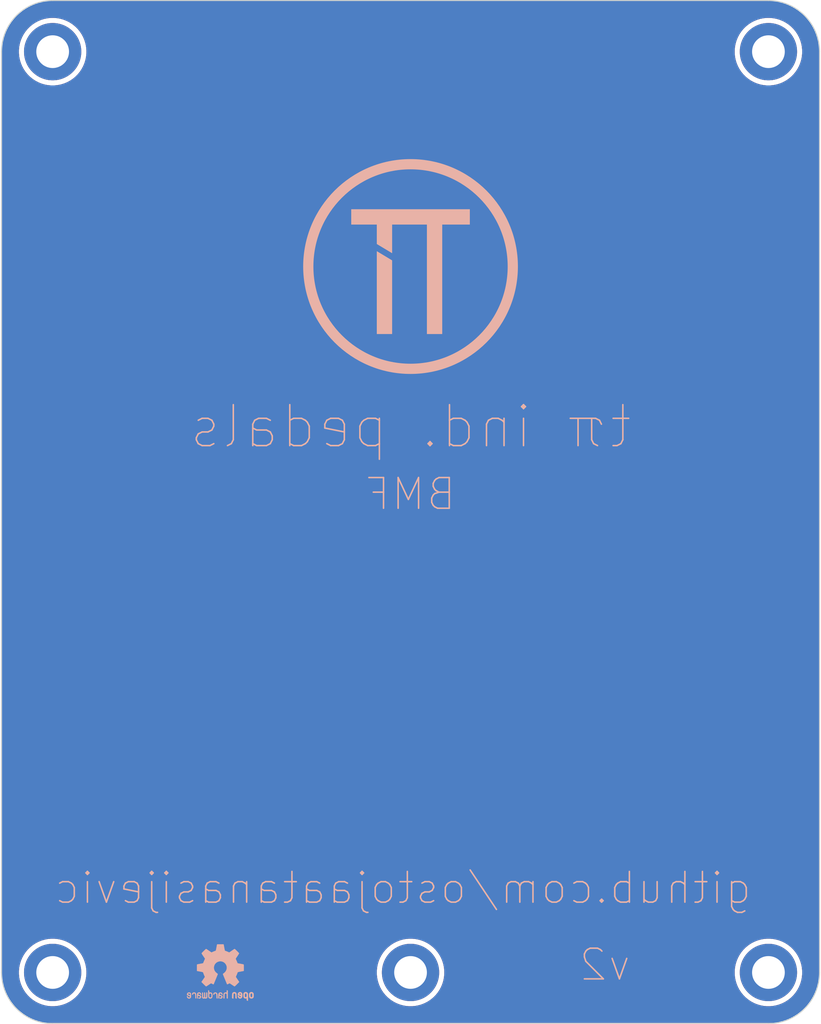
<source format=kicad_pcb>
(kicad_pcb (version 20241229) (generator "pcbnew") (generator_version "9.0")
  (layers (0 "F.Cu" signal) (2 "B.Cu" signal) (13 "F.Paste" user) (15 "B.Paste" user) (5 "F.SilkS" user "F.Silkscreen") (7 "B.SilkS" user "B.Silkscreen") (1 "F.Mask" user) (3 "B.Mask" user) (25 "Edge.Cuts" user))
  (net 0 "")
  (footprint "MountingHole:MountingHole_3.2mm_M3_DIN965_Pad_TopBottom" (layer "F.Cu") (at 55 145)
    (property "Reference" "H3" (hide yes))
    (property "Value" "MountingHole")
    (pad "1" thru_hole circle (at 0 0) (size 3.6 3.6) (drill 3.2) (layers "*.Cu" "*.Mask"))
    (pad "1" connect circle (at 0 0) (size 5.6 5.6) (layers "F.Cu" "F.Mask"))
    (pad "1" connect circle (at 0 0) (size 5.6 5.6) (layers "B.Cu" "B.Mask"))
  )
  (footprint "MountingHole:MountingHole_3.2mm_M3_DIN965_Pad_TopBottom" (layer "F.Cu") (at 125 145)
    (property "Reference" "H4" (hide yes))
    (property "Value" "MountingHole")
    (pad "1" thru_hole circle (at 0 0) (size 3.6 3.6) (drill 3.2) (layers "*.Cu" "*.Mask"))
    (pad "1" connect circle (at 0 0) (size 5.6 5.6) (layers "F.Cu" "F.Mask"))
    (pad "1" connect circle (at 0 0) (size 5.6 5.6) (layers "B.Cu" "B.Mask"))
  )
  (footprint "MountingHole:MountingHole_3.2mm_M3_DIN965_Pad_TopBottom" (layer "F.Cu") (at 55 55)
    (property "Reference" "H1" (hide yes))
    (property "Value" "MountingHole")
    (pad "1" thru_hole circle (at 0 0) (size 3.6 3.6) (drill 3.2) (layers "*.Cu" "*.Mask"))
    (pad "1" connect circle (at 0 0) (size 5.6 5.6) (layers "F.Cu" "F.Mask"))
    (pad "1" connect circle (at 0 0) (size 5.6 5.6) (layers "B.Cu" "B.Mask"))
  )
  (footprint "MountingHole:MountingHole_3.2mm_M3_DIN965_Pad_TopBottom" (layer "F.Cu") (at 125 55)
    (property "Reference" "H2" (hide yes))
    (property "Value" "MountingHole")
    (pad "1" thru_hole circle (at 0 0) (size 3.6 3.6) (drill 3.2) (layers "*.Cu" "*.Mask"))
    (pad "1" connect circle (at 0 0) (size 5.6 5.6) (layers "F.Cu" "F.Mask"))
    (pad "1" connect circle (at 0 0) (size 5.6 5.6) (layers "B.Cu" "B.Mask"))
  )
  (footprint "MountingHole:MountingHole_3.2mm_M3_DIN965_Pad_TopBottom" (layer "F.Cu") (at 90 145)
    (property "Reference" "H11" (hide yes))
    (property "Value" "MountingHole")
    (pad "1" thru_hole circle (at 0 0) (size 3.6 3.6) (drill 3.2) (layers "*.Cu" "*.Mask"))
    (pad "1" connect circle (at 0 0) (size 5.6 5.6) (layers "F.Cu" "F.Mask"))
    (pad "1" connect circle (at 0 0) (size 5.6 5.6) (layers "B.Cu" "B.Mask"))
  )
  (footprint "Symbol:OSHW-Logo2_7.3x6mm_SilkScreen" (layer "B.Cu") (at 71.4 145 180)
    (property "Reference" "SIM1" (hide yes))
    (property "Value" "Logo_Open_Hardware_Small" (hide yes))
    (fp_poly (pts (xy 2.6526 -1.958752) (xy 2.669948 -1.966334) (xy 2.711356 -1.999128) (xy 2.746765 -2.046547) (xy 2.768664 -2.097151) (xy 2.772229 -2.122098) (xy 2.760279 -2.156927) (xy 2.734067 -2.175357) (xy 2.705964 -2.186516) (xy 2.693095 -2.188572) (xy 2.686829 -2.173649) (xy 2.674456 -2.141175) (xy 2.669028 -2.126502) (xy 2.63859 -2.075744) (xy 2.59452 -2.050427) (xy 2.53801 -2.051206) (xy 2.533825 -2.052203) (xy 2.503655 -2.066507) (xy 2.481476 -2.094393) (xy 2.466327 -2.139287) (xy 2.45725 -2.204615) (xy 2.453286 -2.293804) (xy 2.452914 -2.341261) (xy 2.45273 -2.416071) (xy 2.451522 -2.467069) (xy 2.448309 -2.499471) (xy 2.442109 -2.518495) (xy 2.43194 -2.529356) (xy 2.416819 -2.537272) (xy 2.415946 -2.53767) (xy 2.386828 -2.549981) (xy 2.372403 -2.554514) (xy 2.370186 -2.540809) (xy 2.368289 -2.502925) (xy 2.366847 -2.445715) (xy 2.365998 -2.374027) (xy 2.365829 -2.321565) (xy 2.366692 -2.220047) (xy 2.37007 -2.143032) (xy 2.377142 -2.086023) (xy 2.389088 -2.044526) (xy 2.40709 -2.014043) (xy 2.432327 -1.99008) (xy 2.457247 -1.973355) (xy 2.517171 -1.951097) (xy 2.586911 -1.946076) (xy 2.6526 -1.958752)) (stroke (width 0.01)) (fill yes) (layer "B.SilkS"))
    (fp_poly (pts (xy -1.283907 -1.92778) (xy -1.237328 -1.954723) (xy -1.204943 -1.981466) (xy -1.181258 -2.009484) (xy -1.164941 -2.043748) (xy -1.154661 -2.089227) (xy -1.149086 -2.150892) (xy -1.146884 -2.233711) (xy -1.146629 -2.293246) (xy -1.146629 -2.512391) (xy -1.208314 -2.540044) (xy -1.27 -2.567697) (xy -1.277257 -2.32767) (xy -1.280256 -2.238028) (xy -1.283402 -2.172962) (xy -1.287299 -2.128026) (xy -1.292553 -2.09877) (xy -1.299769 -2.080748) (xy -1.30955 -2.069511) (xy -1.312688 -2.067079) (xy -1.360239 -2.048083) (xy -1.408303 -2.0556) (xy -1.436914 -2.075543) (xy -1.448553 -2.089675) (xy -1.456609 -2.10822) (xy -1.461729 -2.136334) (xy -1.464559 -2.179173) (xy -1.465744 -2.241895) (xy -1.465943 -2.307261) (xy -1.465982 -2.389268) (xy -1.467386 -2.447316) (xy -1.472086 -2.486465) (xy -1.482013 -2.51178) (xy -1.499097 -2.528323) (xy -1.525268 -2.541156) (xy -1.560225 -2.554491) (xy -1.598404 -2.569007) (xy -1.593859 -2.311389) (xy -1.592029 -2.218519) (xy -1.589888 -2.149889) (xy -1.586819 -2.100711) (xy -1.582206 -2.066198) (xy -1.575432 -2.041562) (xy -1.565881 -2.022016) (xy -1.554366 -2.00477) (xy -1.49881 -1.94968) (xy -1.43102 -1.917822) (xy -1.357287 -1.910191) (xy -1.283907 -1.92778)) (stroke (width 0.01)) (fill yes) (layer "B.SilkS"))
    (fp_poly (pts (xy 0.529926 -1.949755) (xy 0.595858 -1.974084) (xy 0.649273 -2.017117) (xy 0.670164 -2.047409) (xy 0.692939 -2.102994) (xy 0.692466 -2.143186) (xy 0.668562 -2.170217) (xy 0.659717 -2.174813) (xy 0.62153 -2.189144) (xy 0.602028 -2.185472) (xy 0.595422 -2.161407) (xy 0.595086 -2.148114) (xy 0.582992 -2.09921) (xy 0.551471 -2.064999) (xy 0.507659 -2.048476) (xy 0.458695 -2.052634) (xy 0.418894 -2.074227) (xy 0.40545 -2.086544) (xy 0.395921 -2.101487) (xy 0.389485 -2.124075) (xy 0.385317 -2.159328) (xy 0.382597 -2.212266) (xy 0.380502 -2.287907) (xy 0.37996 -2.311857) (xy 0.377981 -2.39379) (xy 0.375731 -2.451455) (xy 0.372357 -2.489608) (xy 0.367006 -2.513004) (xy 0.358824 -2.526398) (xy 0.346959 -2.534545) (xy 0.339362 -2.538144) (xy 0.307102 -2.550452) (xy 0.288111 -2.554514) (xy 0.281836 -2.540948) (xy 0.278006 -2.499934) (xy 0.2766 -2.430999) (xy 0.277598 -2.333669) (xy 0.277908 -2.318657) (xy 0.280101 -2.229859) (xy 0.282693 -2.165019) (xy 0.286382 -2.119067) (xy 0.291864 -2.086935) (xy 0.299835 -2.063553) (xy 0.310993 -2.043852) (xy 0.31683 -2.03541) (xy 0.350296 -1.998057) (xy 0.387727 -1.969003) (xy 0.392309 -1.966467) (xy 0.459426 -1.946443) (xy 0.529926 -1.949755)) (stroke (width 0.01)) (fill yes) (layer "B.SilkS"))
    (fp_poly (pts (xy 1.779833 -1.958663) (xy 1.782048 -1.99685) (xy 1.783784 -2.054886) (xy 1.784899 -2.12818) (xy 1.785257 -2.205055) (xy 1.785257 -2.465196) (xy 1.739326 -2.511127) (xy 1.707675 -2.539429) (xy 1.67989 -2.550893) (xy 1.641915 -2.550168) (xy 1.62684 -2.548321) (xy 1.579726 -2.542948) (xy 1.540756 -2.539869) (xy 1.531257 -2.539585) (xy 1.499233 -2.541445) (xy 1.453432 -2.546114) (xy 1.435674 -2.548321) (xy 1.392057 -2.551735) (xy 1.362745 -2.54432) (xy 1.33368 -2.521427) (xy 1.323188 -2.511127) (xy 1.277257 -2.465196) (xy 1.277257 -1.978602) (xy 1.314226 -1.961758) (xy 1.346059 -1.949282) (xy 1.364683 -1.944914) (xy 1.369458 -1.958718) (xy 1.373921 -1.997286) (xy 1.377775 -2.056356) (xy 1.380722 -2.131663) (xy 1.382143 -2.195286) (xy 1.386114 -2.445657) (xy 1.420759 -2.450556) (xy 1.452268 -2.447131) (xy 1.467708 -2.436041) (xy 1.472023 -2.415308) (xy 1.475708 -2.371145) (xy 1.478469 -2.309146) (xy 1.480012 -2.234909) (xy 1.480235 -2.196706) (xy 1.480457 -1.976783) (xy 1.526166 -1.960849) (xy 1.558518 -1.950015) (xy 1.576115 -1.944962) (xy 1.576623 -1.944914) (xy 1.578388 -1.958648) (xy 1.580329 -1.99673) (xy 1.582282 -2.054482) (xy 1.584084 -2.127227) (xy 1.585343 -2.195286) (xy 1.589314 -2.445657) (xy 1.6764 -2.445657) (xy 1.680396 -2.21724) (xy 1.684392 -1.988822) (xy 1.726847 -1.966868) (xy 1.758192 -1.951793) (xy 1.776744 -1.944951) (xy 1.777279 -1.944914) (xy 1.779833 -1.958663)) (stroke (width 0.01)) (fill yes) (layer "B.SilkS"))
    (fp_poly (pts (xy -0.624114 -1.851289) (xy -0.619861 -1.910613) (xy -0.614975 -1.945572) (xy -0.608205 -1.96082) (xy -0.598298 -1.961015) (xy -0.595086 -1.959195) (xy -0.552356 -1.946015) (xy -0.496773 -1.946785) (xy -0.440263 -1.960333) (xy -0.404918 -1.977861) (xy -0.368679 -2.005861) (xy -0.342187 -2.037549) (xy -0.324001 -2.077813) (xy -0.312678 -2.131543) (xy -0.306778 -2.203626) (xy -0.304857 -2.298951) (xy -0.304823 -2.317237) (xy -0.3048 -2.522646) (xy -0.350509 -2.53858) (xy -0.382973 -2.54942) (xy -0.400785 -2.554468) (xy -0.401309 -2.554514) (xy -0.403063 -2.540828) (xy -0.404556 -2.503076) (xy -0.405674 -2.446224) (xy -0.406303 -2.375234) (xy -0.4064 -2.332073) (xy -0.406602 -2.246973) (xy -0.407642 -2.185981) (xy -0.410169 -2.144177) (xy -0.414836 -2.116642) (xy -0.422293 -2.098456) (xy -0.433189 -2.084698) (xy -0.439993 -2.078073) (xy -0.486728 -2.051375) (xy -0.537728 -2.049375) (xy -0.583999 -2.071955) (xy -0.592556 -2.080107) (xy -0.605107 -2.095436) (xy -0.613812 -2.113618) (xy -0.619369 -2.139909) (xy -0.622474 -2.179562) (xy -0.623824 -2.237832) (xy -0.624114 -2.318173) (xy -0.624114 -2.522646) (xy -0.669823 -2.53858) (xy -0.702287 -2.54942) (xy -0.720099 -2.554468) (xy -0.720623 -2.554514) (xy -0.721963 -2.540623) (xy -0.723172 -2.501439) (xy -0.724199 -2.4407) (xy -0.724998 -2.362141) (xy -0.725519 -2.269498) (xy -0.725714 -2.166509) (xy -0.725714 -1.769342) (xy -0.678543 -1.749444) (xy -0.631371 -1.729547) (xy -0.624114 -1.851289)) (stroke (width 0.01)) (fill yes) (layer "B.SilkS"))
    (fp_poly (pts (xy -2.958885 -1.921962) (xy -2.890855 -1.957733) (xy -2.840649 -2.015301) (xy -2.822815 -2.052312) (xy -2.808937 -2.107882) (xy -2.801833 -2.178096) (xy -2.80116 -2.254727) (xy -2.806573 -2.329552) (xy -2.81773 -2.394342) (xy -2.834286 -2.440873) (xy -2.839374 -2.448887) (xy -2.899645 -2.508707) (xy -2.971231 -2.544535) (xy -3.048908 -2.55502) (xy -3.127452 -2.53881) (xy -3.149311 -2.529092) (xy -3.191878 -2.499143) (xy -3.229237 -2.459433) (xy -3.232768 -2.454397) (xy -3.247119 -2.430124) (xy -3.256606 -2.404178) (xy -3.26221 -2.370022) (xy -3.264914 -2.321119) (xy -3.265701 -2.250935) (xy -3.265714 -2.2352) (xy -3.265678 -2.230192) (xy -3.120571 -2.230192) (xy -3.119727 -2.29643) (xy -3.116404 -2.340386) (xy -3.109417 -2.368779) (xy -3.097584 -2.388325) (xy -3.091543 -2.394857) (xy -3.056814 -2.41968) (xy -3.023097 -2.418548) (xy -2.989005 -2.397016) (xy -2.968671 -2.374029) (xy -2.956629 -2.340478) (xy -2.949866 -2.287569) (xy -2.949402 -2.281399) (xy -2.948248 -2.185513) (xy -2.960312 -2.114299) (xy -2.98543 -2.068194) (xy -3.02344 -2.047635) (xy -3.037008 -2.046514) (xy -3.072636 -2.052152) (xy -3.097006 -2.071686) (xy -3.111907 -2.109042) (xy -3.119125 -2.16815) (xy -3.120571 -2.230192) (xy -3.265678 -2.230192) (xy -3.265174 -2.160413) (xy -3.262904 -2.108159) (xy -3.257932 -2.071949) (xy -3.249287 -2.045299) (xy -3.235995 -2.021722) (xy -3.233057 -2.017338) (xy -3.183687 -1.958249) (xy -3.129891 -1.923947) (xy -3.064398 -1.910331) (xy -3.042158 -1.909665) (xy -2.958885 -1.921962)) (stroke (width 0.01)) (fill yes) (layer "B.SilkS"))
    (fp_poly (pts (xy 3.153595 -1.966966) (xy 3.211021 -2.004497) (xy 3.238719 -2.038096) (xy 3.260662 -2.099064) (xy 3.262405 -2.147308) (xy 3.258457 -2.211816) (xy 3.109686 -2.276934) (xy 3.037349 -2.310202) (xy 2.990084 -2.336964) (xy 2.965507 -2.360144) (xy 2.961237 -2.382667) (xy 2.974889 -2.407455) (xy 2.989943 -2.423886) (xy 3.033746 -2.450235) (xy 3.081389 -2.452081) (xy 3.125145 -2.431546) (xy 3.157289 -2.390752) (xy 3.163038 -2.376347) (xy 3.190576 -2.331356) (xy 3.222258 -2.312182) (xy 3.265714 -2.295779) (xy 3.265714 -2.357966) (xy 3.261872 -2.400283) (xy 3.246823 -2.435969) (xy 3.21528 -2.476943) (xy 3.210592 -2.482267) (xy 3.175506 -2.51872) (xy 3.145347 -2.538283) (xy 3.107615 -2.547283) (xy 3.076335 -2.55023) (xy 3.020385 -2.550965) (xy 2.980555 -2.54166) (xy 2.955708 -2.527846) (xy 2.916656 -2.497467) (xy 2.889625 -2.464613) (xy 2.872517 -2.423294) (xy 2.863238 -2.367521) (xy 2.859693 -2.291305) (xy 2.85941 -2.252622) (xy 2.860372 -2.206247) (xy 2.948007 -2.206247) (xy 2.949023 -2.231126) (xy 2.951556 -2.2352) (xy 2.968274 -2.229665) (xy 3.004249 -2.215017) (xy 3.052331 -2.19419) (xy 3.062386 -2.189714) (xy 3.123152 -2.158814) (xy 3.156632 -2.131657) (xy 3.16399 -2.10622) (xy 3.146391 -2.080481) (xy 3.131856 -2.069109) (xy 3.07941 -2.046364) (xy 3.030322 -2.050122) (xy 2.989227 -2.077884) (xy 2.960758 -2.127152) (xy 2.951631 -2.166257) (xy 2.948007 -2.206247) (xy 2.860372 -2.206247) (xy 2.861285 -2.162249) (xy 2.868196 -2.095384) (xy 2.881884 -2.046695) (xy 2.904096 -2.010849) (xy 2.936574 -1.982513) (xy 2.950733 -1.973355) (xy 3.015053 -1.949507) (xy 3.085473 -1.948006) (xy 3.153595 -1.966966)) (stroke (width 0.01)) (fill yes) (layer "B.SilkS"))
    (fp_poly (pts (xy 1.190117 -2.065358) (xy 1.189933 -2.173837) (xy 1.189219 -2.257287) (xy 1.187675 -2.319704) (xy 1.185001 -2.365085) (xy 1.180894 -2.397429) (xy 1.175055 -2.420733) (xy 1.167182 -2.438995) (xy 1.161221 -2.449418) (xy 1.111855 -2.505945) (xy 1.049264 -2.541377) (xy 0.980013 -2.55409) (xy 0.910668 -2.542463) (xy 0.869375 -2.521568) (xy 0.826025 -2.485422) (xy 0.796481 -2.441276) (xy 0.778655 -2.383462) (xy 0.770463 -2.306313) (xy 0.769302 -2.249714) (xy 0.769458 -2.245647) (xy 0.870857 -2.245647) (xy 0.871476 -2.31055) (xy 0.874314 -2.353514) (xy 0.88084 -2.381622) (xy 0.892523 -2.401953) (xy 0.906483 -2.417288) (xy 0.953365 -2.44689) (xy 1.003701 -2.449419) (xy 1.051276 -2.424705) (xy 1.054979 -2.421356) (xy 1.070783 -2.403935) (xy 1.080693 -2.383209) (xy 1.086058 -2.352362) (xy 1.088228 -2.304577) (xy 1.088571 -2.251748) (xy 1.087827 -2.185381) (xy 1.084748 -2.141106) (xy 1.078061 -2.112009) (xy 1.066496 -2.091173) (xy 1.057013 -2.080107) (xy 1.01296 -2.052198) (xy 0.962224 -2.048843) (xy 0.913796 -2.070159) (xy 0.90445 -2.078073) (xy 0.88854 -2.095647) (xy 0.87861 -2.116587) (xy 0.873278 -2.147782) (xy 0.871163 -2.196122) (xy 0.870857 -2.245647) (xy 0.769458 -2.245647) (xy 0.77281 -2.158568) (xy 0.784726 -2.090086) (xy 0.807135 -2.0386) (xy 0.842124 -1.998443) (xy 0.869375 -1.977861) (xy 0.918907 -1.955625) (xy 0.976316 -1.945304) (xy 1.029682 -1.948067) (xy 1.059543 -1.959212) (xy 1.071261 -1.962383) (xy 1.079037 -1.950557) (xy 1.084465 -1.918866) (xy 1.088571 -1.870593) (xy 1.093067 -1.816829) (xy 1.099313 -1.784482) (xy 1.110676 -1.765985) (xy 1.130528 -1.75377) (xy 1.143 -1.748362) (xy 1.190171 -1.728601) (xy 1.190117 -2.065358)) (stroke (width 0.01)) (fill yes) (layer "B.SilkS"))
    (fp_poly (pts (xy -1.831697 -1.931239) (xy -1.774473 -1.969735) (xy -1.730251 -2.025335) (xy -1.703833 -2.096086) (xy -1.69849 -2.148162) (xy -1.699097 -2.169893) (xy -1.704178 -2.186531) (xy -1.718145 -2.201437) (xy -1.745411 -2.217973) (xy -1.790388 -2.239498) (xy -1.857489 -2.269374) (xy -1.857829 -2.269524) (xy -1.919593 -2.297813) (xy -1.970241 -2.322933) (xy -2.004596 -2.342179) (xy -2.017482 -2.352848) (xy -2.017486 -2.352934) (xy -2.006128 -2.376166) (xy -1.979569 -2.401774) (xy -1.949077 -2.420221) (xy -1.93363 -2.423886) (xy -1.891485 -2.411212) (xy -1.855192 -2.379471) (xy -1.837483 -2.344572) (xy -1.820448 -2.318845) (xy -1.787078 -2.289546) (xy -1.747851 -2.264235) (xy -1.713244 -2.250471) (xy -1.706007 -2.249714) (xy -1.697861 -2.26216) (xy -1.69737 -2.293972) (xy -1.703357 -2.336866) (xy -1.714643 -2.382558) (xy -1.73005 -2.422761) (xy -1.730829 -2.424322) (xy -1.777196 -2.489062) (xy -1.837289 -2.533097) (xy -1.905535 -2.554711) (xy -1.976362 -2.552185) (xy -2.044196 -2.523804) (xy -2.047212 -2.521808) (xy -2.100573 -2.473448) (xy -2.13566 -2.410352) (xy -2.155078 -2.327387) (xy -2.157684 -2.304078) (xy -2.162299 -2.194055) (xy -2.156767 -2.142748) (xy -2.017486 -2.142748) (xy -2.015676 -2.174753) (xy -2.005778 -2.184093) (xy -1.981102 -2.177105) (xy -1.942205 -2.160587) (xy -1.898725 -2.139881) (xy -1.897644 -2.139333) (xy -1.860791 -2.119949) (xy -1.846 -2.107013) (xy -1.849647 -2.093451) (xy -1.865005 -2.075632) (xy -1.904077 -2.049845) (xy -1.946154 -2.04795) (xy -1.983897 -2.066717) (xy -2.009966 -2.102915) (xy -2.017486 -2.142748) (xy -2.156767 -2.142748) (xy -2.152806 -2.106027) (xy -2.12845 -2.036212) (xy -2.094544 -1.987302) (xy -2.033347 -1.937878) (xy -1.965937 -1.913359) (xy -1.89712 -1.911797) (xy -1.831697 -1.931239)) (stroke (width 0.01)) (fill yes) (layer "B.SilkS"))
    (fp_poly (pts (xy 0.039744 -1.950968) (xy 0.096616 -1.972087) (xy 0.097267 -1.972493) (xy 0.13244 -1.99838) (xy 0.158407 -2.028633) (xy 0.17667 -2.068058) (xy 0.188732 -2.121462) (xy 0.196096 -2.193651) (xy 0.200264 -2.289432) (xy 0.200629 -2.303078) (xy 0.205876 -2.508842) (xy 0.161716 -2.531678) (xy 0.129763 -2.54711) (xy 0.11047 -2.554423) (xy 0.109578 -2.554514) (xy 0.106239 -2.541022) (xy 0.103587 -2.504626) (xy 0.101956 -2.451452) (xy 0.1016 -2.408393) (xy 0.101592 -2.338641) (xy 0.098403 -2.294837) (xy 0.087288 -2.273944) (xy 0.063501 -2.272925) (xy 0.022296 -2.288741) (xy -0.039914 -2.317815) (xy -0.085659 -2.341963) (xy -0.109187 -2.362913) (xy -0.116104 -2.385747) (xy -0.116114 -2.386877) (xy -0.104701 -2.426212) (xy -0.070908 -2.447462) (xy -0.019191 -2.450539) (xy 0.018061 -2.450006) (xy 0.037703 -2.460735) (xy 0.049952 -2.486505) (xy 0.057002 -2.519337) (xy 0.046842 -2.537966) (xy 0.043017 -2.540632) (xy 0.007001 -2.55134) (xy -0.043434 -2.552856) (xy -0.095374 -2.545759) (xy -0.132178 -2.532788) (xy -0.183062 -2.489585) (xy -0.211986 -2.429446) (xy -0.217714 -2.382462) (xy -0.213343 -2.340082) (xy -0.197525 -2.305488) (xy -0.166203 -2.274763) (xy -0.115322 -2.24399) (xy -0.040824 -2.209252) (xy -0.036286 -2.207288) (xy 0.030821 -2.176287) (xy 0.072232 -2.150862) (xy 0.089981 -2.128014) (xy 0.086107 -2.104745) (xy 0.062643 -2.078056) (xy 0.055627 -2.071914) (xy 0.00863 -2.0481) (xy -0.040067 -2.049103) (xy -0.082478 -2.072451) (xy -0.110616 -2.115675) (xy -0.113231 -2.12416) (xy -0.138692 -2.165308) (xy -0.170999 -2.185128) (xy -0.217714 -2.20477) (xy -0.217714 -2.15395) (xy -0.203504 -2.080082) (xy -0.161325 -2.012327) (xy -0.139376 -1.989661) (xy -0.089483 -1.960569) (xy -0.026033 -1.9474) (xy 0.039744 -1.950968)) (stroke (width 0.01)) (fill yes) (layer "B.SilkS"))
    (fp_poly (pts (xy 2.144876 -1.956335) (xy 2.186667 -1.975344) (xy 2.219469 -1.998378) (xy 2.243503 -2.024133) (xy 2.260097 -2.057358) (xy 2.270577 -2.1028) (xy 2.276271 -2.165207) (xy 2.278507 -2.249327) (xy 2.278743 -2.304721) (xy 2.278743 -2.520826) (xy 2.241774 -2.53767) (xy 2.212656 -2.549981) (xy 2.198231 -2.554514) (xy 2.195472 -2.541025) (xy 2.193282 -2.504653) (xy 2.191942 -2.451542) (xy 2.191657 -2.409372) (xy 2.190434 -2.348447) (xy 2.187136 -2.300115) (xy 2.182321 -2.270518) (xy 2.178496 -2.264229) (xy 2.152783 -2.270652) (xy 2.112418 -2.287125) (xy 2.065679 -2.309458) (xy 2.020845 -2.333457) (xy 1.986193 -2.35493) (xy 1.970002 -2.369685) (xy 1.969938 -2.369845) (xy 1.97133 -2.397152) (xy 1.983818 -2.423219) (xy 2.005743 -2.444392) (xy 2.037743 -2.451474) (xy 2.065092 -2.450649) (xy 2.103826 -2.450042) (xy 2.124158 -2.459116) (xy 2.136369 -2.483092) (xy 2.137909 -2.487613) (xy 2.143203 -2.521806) (xy 2.129047 -2.542568) (xy 2.092148 -2.552462) (xy 2.052289 -2.554292) (xy 1.980562 -2.540727) (xy 1.943432 -2.521355) (xy 1.897576 -2.475845) (xy 1.873256 -2.419983) (xy 1.871073 -2.360957) (xy 1.891629 -2.305953) (xy 1.922549 -2.271486) (xy 1.95342 -2.252189) (xy 2.001942 -2.227759) (xy 2.058485 -2.202985) (xy 2.06791 -2.199199) (xy 2.130019 -2.171791) (xy 2.165822 -2.147634) (xy 2.177337 -2.123619) (xy 2.16658 -2.096635) (xy 2.148114 -2.075543) (xy 2.104469 -2.049572) (xy 2.056446 -2.047624) (xy 2.012406 -2.067637) (xy 1.980709 -2.107551) (xy 1.976549 -2.117848) (xy 1.952327 -2.155724) (xy 1.916965 -2.183842) (xy 1.872343 -2.206917) (xy 1.872343 -2.141485) (xy 1.874969 -2.101506) (xy 1.88623 -2.069997) (xy 1.911199 -2.036378) (xy 1.935169 -2.010484) (xy 1.972441 -1.973817) (xy 2.001401 -1.954121) (xy 2.032505 -1.94622) (xy 2.067713 -1.944914) (xy 2.144876 -1.956335)) (stroke (width 0.01)) (fill yes) (layer "B.SilkS"))
    (fp_poly (pts (xy -2.400256 -1.919918) (xy -2.344799 -1.947568) (xy -2.295852 -1.99848) (xy -2.282371 -2.017338) (xy -2.267686 -2.042015) (xy -2.258158 -2.068816) (xy -2.252707 -2.104587) (xy -2.250253 -2.156169) (xy -2.249714 -2.224267) (xy -2.252148 -2.317588) (xy -2.260606 -2.387657) (xy -2.276826 -2.439931) (xy -2.302546 -2.479869) (xy -2.339503 -2.512929) (xy -2.342218 -2.514886) (xy -2.37864 -2.534908) (xy -2.422498 -2.544815) (xy -2.478276 -2.547257) (xy -2.568952 -2.547257) (xy -2.56899 -2.635283) (xy -2.569834 -2.684308) (xy -2.574976 -2.713065) (xy -2.588413 -2.730311) (xy -2.614142 -2.744808) (xy -2.620321 -2.747769) (xy -2.649236 -2.761648) (xy -2.671624 -2.770414) (xy -2.688271 -2.771171) (xy -2.699964 -2.761023) (xy -2.70749 -2.737073) (xy -2.711634 -2.696426) (xy -2.713185 -2.636186) (xy -2.712929 -2.553455) (xy -2.711651 -2.445339) (xy -2.711252 -2.413) (xy -2.709815 -2.301524) (xy -2.708528 -2.228603) (xy -2.569029 -2.228603) (xy -2.568245 -2.290499) (xy -2.56476 -2.330997) (xy -2.556876 -2.357708) (xy -2.542895 -2.378244) (xy -2.533403 -2.38826) (xy -2.494596 -2.417567) (xy -2.460237 -2.419952) (xy -2.424784 -2.39575) (xy -2.423886 -2.394857) (xy -2.409461 -2.376153) (xy -2.400687 -2.350732) (xy -2.396261 -2.311584) (xy -2.394882 -2.251697) (xy -2.394857 -2.23843) (xy -2.398188 -2.155901) (xy -2.409031 -2.098691) (xy -2.42866 -2.063766) (xy -2.45835 -2.048094) (xy -2.475509 -2.046514) (xy -2.516234 -2.053926) (xy -2.544168 -2.07833) (xy -2.560983 -2.12298) (xy -2.56835 -2.19113) (xy -2.569029 -2.228603) (xy -2.708528 -2.228603) (xy -2.708292 -2.215245) (xy -2.706323 -2.150333) (xy -2.70355 -2.102958) (xy -2.699612 -2.06929) (xy -2.694151 -2.045498) (xy -2.686808 -2.027753) (xy -2.677223 -2.012224) (xy -2.673113 -2.006381) (xy -2.618595 -1.951185) (xy -2.549664 -1.91989) (xy -2.469928 -1.911165) (xy -2.400256 -1.919918)) (stroke (width 0.01)) (fill yes) (layer "B.SilkS"))
    (fp_poly (pts (xy 0.10391 2.757652) (xy 0.182454 2.757222) (xy 0.239298 2.756058) (xy 0.278105 2.753793) (xy 0.302538 2.75006) (xy 0.316262 2.744494) (xy 0.32294 2.736727) (xy 0.326236 2.726395) (xy 0.326556 2.725057) (xy 0.331562 2.700921) (xy 0.340829 2.653299) (xy 0.353392 2.587259) (xy 0.368287 2.507872) (xy 0.384551 2.420204) (xy 0.385119 2.417125) (xy 0.40141 2.331211) (xy 0.416652 2.255304) (xy 0.429861 2.193955) (xy 0.440054 2.151718) (xy 0.446248 2.133145) (xy 0.446543 2.132816) (xy 0.464788 2.123747) (xy 0.502405 2.108633) (xy 0.551271 2.090738) (xy 0.551543 2.090642) (xy 0.613093 2.067507) (xy 0.685657 2.038035) (xy 0.754057 2.008403) (xy 0.757294 2.006938) (xy 0.868702 1.956374) (xy 1.115399 2.12484) (xy 1.191077 2.176197) (xy 1.259631 2.222111) (xy 1.317088 2.25997) (xy 1.359476 2.287163) (xy 1.382825 2.301079) (xy 1.385042 2.302111) (xy 1.40201 2.297516) (xy 1.433701 2.275345) (xy 1.481352 2.234553) (xy 1.546198 2.174095) (xy 1.612397 2.109773) (xy 1.676214 2.046388) (xy 1.733329 1.988549) (xy 1.780305 1.939825) (xy 1.813703 1.90379) (xy 1.830085 1.884016) (xy 1.830694 1.882998) (xy 1.832505 1.869428) (xy 1.825683 1.847267) (xy 1.80854 1.813522) (xy 1.779393 1.7652) (xy 1.736555 1.699308) (xy 1.679448 1.614483) (xy 1.628766 1.539823) (xy 1.583461 1.47286) (xy 1.54615 1.417484) (xy 1.519452 1.37758) (xy 1.505985 1.357038) (xy 1.505137 1.355644) (xy 1.506781 1.335962) (xy 1.519245 1.297707) (xy 1.540048 1.248111) (xy 1.547462 1.232272) (xy 1.579814 1.16171) (xy 1.614328 1.081647) (xy 1.642365 1.012371) (xy 1.662568 0.960955) (xy 1.678615 0.921881) (xy 1.687888 0.901459) (xy 1.689041 0.899886) (xy 1.706096 0.897279) (xy 1.746298 0.890137) (xy 1.804302 0.879477) (xy 1.874763 0.866315) (xy 1.952335 0.851667) (xy 2.031672 0.836551) (xy 2.107431 0.821982) (xy 2.174264 0.808978) (xy 2.226828 0.798555) (xy 2.259776 0.79173) (xy 2.267857 0.789801) (xy 2.276205 0.785038) (xy 2.282506 0.774282) (xy 2.287045 0.753902) (xy 2.290104 0.720266) (xy 2.291967 0.669745) (xy 2.292918 0.598708) (xy 2.29324 0.503524) (xy 2.293257 0.464508) (xy 2.293257 0.147201) (xy 2.217057 0.132161) (xy 2.174663 0.124005) (xy 2.1114 0.112101) (xy 2.034962 0.097884) (xy 1.953043 0.08279) (xy 1.9304 0.078645) (xy 1.854806 0.063947) (xy 1.788953 0.049495) (xy 1.738366 0.036625) (xy 1.708574 0.026678) (xy 1.703612 0.023713) (xy 1.691426 0.002717) (xy 1.673953 -0.037967) (xy 1.654577 -0.090322) (xy 1.650734 -0.1016) (xy 1.625339 -0.171523) (xy 1.593817 -0.250418) (xy 1.562969 -0.321266) (xy 1.562817 -0.321595) (xy 1.511447 -0.432733) (xy 1.680399 -0.681253) (xy 1.849352 -0.929772) (xy 1.632429 -1.147058) (xy 1.566819 -1.211726) (xy 1.506979 -1.268733) (xy 1.456267 -1.315033) (xy 1.418046 -1.347584) (xy 1.395675 -1.363343) (xy 1.392466 -1.364343) (xy 1.373626 -1.356469) (xy 1.33518 -1.334578) (xy 1.28133 -1.301267) (xy 1.216276 -1.259131) (xy 1.14594 -1.211943) (xy 1.074555 -1.16381) (xy 1.010908 -1.121928) (xy 0.959041 -1.088871) (xy 0.922995 -1.067218) (xy 0.906867 -1.059543) (xy 0.887189 -1.066037) (xy 0.849875 -1.08315) (xy 0.802621 -1.107326) (xy 0.797612 -1.110013) (xy 0.733977 -1.141927) (xy 0.690341 -1.157579) (xy 0.663202 -1.157745) (xy 0.649057 -1.143204) (xy 0.648975 -1.143) (xy 0.641905 -1.125779) (xy 0.625042 -1.084899) (xy 0.599695 -1.023525) (xy 0.567171 -0.944819) (xy 0.528778 -0.851947) (xy 0.485822 -0.748072) (xy 0.444222 -0.647502) (xy 0.398504 -0.536516) (xy 0.356526 -0.433703) (xy 0.319548 -0.342215) (xy 0.288827 -0.265201) (xy 0.265622 -0.205815) (xy 0.25119 -0.167209) (xy 0.246743 -0.1528) (xy 0.257896 -0.136272) (xy 0.287069 -0.10993) (xy 0.325971 -0.080887) (xy 0.436757 0.010961) (xy 0.523351 0.116241) (xy 0.584716 0.232734) (xy 0.619815 0.358224) (xy 0.627608 0.490493) (xy 0.621943 0.551543) (xy 0.591078 0.678205) (xy 0.53792 0.790059) (xy 0.465767 0.885999) (xy 0.377917 0.964924) (xy 0.277665 1.02573) (xy 0.16831 1.067313) (xy 0.053147 1.088572) (xy -0.064525 1.088401) (xy -0.18141 1.065699) (xy -0.294211 1.019362) (xy -0.399631 0.948287) (xy -0.443632 0.908089) (xy -0.528021 0.804871) (xy -0.586778 0.692075) (xy -0.620296 0.57299) (xy -0.628965 0.450905) (xy -0.613177 0.329107) (xy -0.573322 0.210884) (xy -0.509793 0.099525) (xy -0.422979 -0.001684) (xy -0.325971 -0.080887) (xy -0.285563 -0.111162) (xy -0.257018 -0.137219) (xy -0.246743 -0.152825) (xy -0.252123 -0.169843) (xy -0.267425 -0.2105) (xy -0.291388 -0.271642) (xy -0.322756 -0.350119) (xy -0.360268 -0.44278) (xy -0.402667 -0.546472) (xy -0.444337 -0.647526) (xy -0.49031 -0.758607) (xy -0.532893 -0.861541) (xy -0.570779 -0.953165) (xy -0.60266 -1.030316) (xy -0.627229 -1.089831) (xy -0.64318 -1.128544) (xy -0.64909 -1.143) (xy -0.663052 -1.157685) (xy -0.69006 -1.157642) (xy -0.733587 -1.142099) (xy -0.79711 -1.110284) (xy -0.797612 -1.110013) (xy -0.84544 -1.085323) (xy -0.884103 -1.067338) (xy -0.905905 -1.059614) (xy -0.906867 -1.059543) (xy -0.923279 -1.067378) (xy -0.959513 -1.089165) (xy -1.011526 -1.122328) (xy -1.075275 -1.164291) (xy -1.14594 -1.211943) (xy -1.217884 -1.260191) (xy -1.282726 -1.302151) (xy -1.336265 -1.335227) (xy -1.374303 -1.356821) (xy -1.392467 -1.364343) (xy -1.409192 -1.354457) (xy -1.44282 -1.326826) (xy -1.48999 -1.284495) (xy -1.547342 -1.230505) (xy -1.611516 -1.167899) (xy -1.632503 -1.146983) (xy -1.849501 -0.929623) (xy -1.684332 -0.68722) (xy -1.634136 -0.612781) (xy -1.590081 -0.545972) (xy -1.554638 -0.490665) (xy -1.530281 -0.450729) (xy -1.519478 -0.430036) (xy -1.519162 -0.428563) (xy -1.524857 -0.409058) (xy -1.540174 -0.369822) (xy -1.562463 -0.31743) (xy -1.578107 -0.282355) (xy -1.607359 -0.215201) (xy -1.634906 -0.147358) (xy -1.656263 -0.090034) (xy -1.662065 -0.072572) (xy -1.678548 -0.025938) (xy -1.69466 0.010095) (xy -1.70351 0.023713) (xy -1.72304 0.032048) (xy -1.765666 0.043863) (xy -1.825855 0.057819) (xy -1.898078 0.072578) (xy -1.9304 0.078645) (xy -2.012478 0.093727) (xy -2.091205 0.108331) (xy -2.158891 0.12102) (xy -2.20784 0.130358) (xy -2.217057 0.132161) (xy -2.293257 0.147201) (xy -2.293257 0.464508) (xy -2.293086 0.568846) (xy -2.292384 0.647787) (xy -2.290866 0.704962) (xy -2.288251 0.744001) (xy -2.284254 0.768535) (xy -2.278591 0.782195) (xy -2.27098 0.788611) (xy -2.267857 0.789801) (xy -2.249022 0.79402) (xy -2.207412 0.802438) (xy -2.14837 0.814039) (xy -2.077243 0.827805) (xy -1.999375 0.84272) (xy -1.920113 0.857768) (xy -1.844802 0.871931) (xy -1.778787 0.884194) (xy -1.727413 0.893539) (xy -1.696025 0.89895) (xy -1.689041 0.899886) (xy -1.682715 0.912404) (xy -1.66871 0.945754) (xy -1.649645 0.993623) (xy -1.642366 1.012371) (xy -1.613004 1.084805) (xy -1.578429 1.16483) (xy -1.547463 1.232272) (xy -1.524677 1.283841) (xy -1.509518 1.326215) (xy -1.504458 1.352166) (xy -1.505264 1.355644) (xy -1.515959 1.372064) (xy -1.54038 1.408583) (xy -1.575905 1.461313) (xy -1.619913 1.526365) (xy -1.669783 1.599849) (xy -1.679644 1.614355) (xy -1.737508 1.700296) (xy -1.780044 1.765739) (xy -1.808946 1.813696) (xy -1.82591 1.84718) (xy -1.832633 1.869205) (xy -1.83081 1.882783) (xy -1.830764 1.882869) (xy -1.816414 1.900703) (xy -1.784677 1.935183) (xy -1.73899 1.982732) (xy -1.682796 2.039778) (xy -1.619532 2.102745) (xy -1.612398 2.109773) (xy -1.53267 2.18698) (xy -1.471143 2.24367) (xy -1.426579 2.28089) (xy -1.397743 2.299685) (xy -1.385042 2.302111) (xy -1.366506 2.291529) (xy -1.328039 2.267084) (xy -1.273614 2.231388) (xy -1.207202 2.187053) (xy -1.132775 2.136689) (xy -1.115399 2.12484) (xy -0.868703 1.956374) (xy -0.757294 2.006938) (xy -0.689543 2.036405) (xy -0.616817 2.066041) (xy -0.554297 2.08967) (xy -0.551543 2.090642) (xy -0.50264 2.108543) (xy -0.464943 2.12368) (xy -0.446575 2.13279) (xy -0.446544 2.132816) (xy -0.440715 2.149283) (xy -0.430808 2.189781) (xy -0.417805 2.249758) (xy -0.402691 2.32466) (xy -0.386448 2.409936) (xy -0.385119 2.417125) (xy -0.368825 2.504986) (xy -0.353867 2.58474) (xy -0.341209 2.651319) (xy -0.331814 2.699653) (xy -0.326646 2.724675) (xy -0.326556 2.725057) (xy -0.323411 2.735701) (xy -0.317296 2.743738) (xy -0.304547 2.749533) (xy -0.2815 2.753453) (xy -0.244491 2.755865) (xy -0.189856 2.757135) (xy -0.113933 2.757629) (xy -0.013056 2.757714) (xy 0 2.757714) (xy 0.10391 2.757652)) (stroke (width 0.01)) (fill yes) (layer "B.SilkS"))
  )
  (footprint "pedale:TI logo large" (layer "B.Cu") (at 90 76 180)
    (property "Reference" "REF**" (hide yes))
    (property "Value" "TI logo large")
    (fp_rect (start -5.8 5.6) (end 5.8 4.1) (fill yes) (layer "B.SilkS"))
    (fp_circle (center 0 0) (end 0 10) (stroke (width 1)) (fill no) (layer "B.SilkS"))
    (fp_poly (pts (xy 1.8 1.3) (xy 3.3 2.2) (xy 3.3 5.5) (xy 1.8 5.5)) (fill yes) (layer "B.SilkS"))
    (fp_poly (pts (xy 1.8 -6.6) (xy 1.8 0.6) (xy 3.3 1.5) (xy 3.3 -6.6)) (fill yes) (layer "B.SilkS"))
    (fp_poly (pts (xy -3.1 -6.6) (xy -3.1 5) (xy -1.6 5) (xy -1.6 -6.6)) (fill yes) (layer "B.SilkS"))
  )
  (gr_line (start 50 55) (end 50 145) (stroke (width 0.1)) (layer "Edge.Cuts"))
  (gr_arc (start 50 55) (mid 51.464467 51.464467) (end 55 50) (stroke (width 0.1)) (layer "Edge.Cuts"))
  (gr_arc (start 125 50) (mid 128.535533 51.464467) (end 130 55) (stroke (width 0.1)) (layer "Edge.Cuts"))
  (gr_line (start 55 150) (end 125 150) (stroke (width 0.1)) (layer "Edge.Cuts"))
  (gr_line (start 130 145) (end 130 55) (stroke (width 0.1)) (layer "Edge.Cuts"))
  (gr_arc (start 55 150) (mid 51.464467 148.535533) (end 50 145) (stroke (width 0.1)) (layer "Edge.Cuts"))
  (gr_line (start 125 50) (end 55 50) (stroke (width 0.1)) (layer "Edge.Cuts"))
  (gr_arc (start 130 145) (mid 128.535533 148.535533) (end 125 150) (stroke (width 0.1)) (layer "Edge.Cuts"))
  (gr_text "github.com/ostojaatanasijevic" (at 123.5 138.5 0) (layer "B.SilkS") (effects (font (size 3 3)) (justify left bottom mirror)))
  (gr_text "v2" (at 109 146 0) (layer "B.SilkS") (effects (font (size 3 3)) (justify bottom mirror)))
  (gr_text "BMF" (at 90 100 0) (layer "B.SilkS") (effects (font (size 3 3)) (justify bottom mirror)))
  (gr_text "tπ ind. pedals" (at 90 94 0) (layer "B.SilkS") (effects (font (size 4 4)) (justify bottom mirror)))
  (zone (net 0) (net_name "") (layer "F.Cu") (connect_pads (clearance 0.5)) (min_thickness 0.25) (fill yes (thermal_gap 0.5) (thermal_bridge_width 0.5))
    (polygon (pts (xy 50 50) (xy 130.02 50) (xy 130.02 149.93) (xy 50 149.93)))
  )
  (zone (net 0) (net_name "") (layer "B.Cu") (connect_pads (clearance 0.5)) (min_thickness 0.25) (fill yes (thermal_gap 0.5) (thermal_bridge_width 0.5) (island_removal_mode 1) (island_area_min 10))
    (polygon (pts (xy 49.98 50) (xy 130 50) (xy 130 149.93) (xy 49.98 149.93)))
  )
)
</source>
